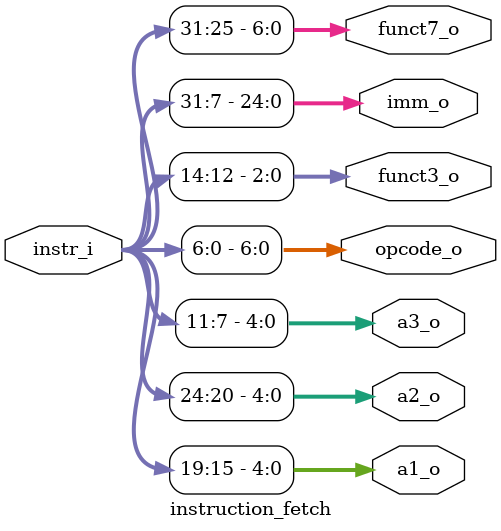
<source format=sv>
`timescale 1ns / 10ps

module instruction_fetch (
	input  logic [31:0] instr_i,
	output logic [4:0] a1_o, a2_o, a3_o,
	output logic [6:0]  opcode_o,
	output logic [2:0]  funct3_o,
	output logic [24:0] imm_o,
	output logic [6:0]  funct7_o
);

	// Fetching the instruction
	always_comb begin 
		a1_o     = instr_i [19:15];
		a2_o     = instr_i [24:20];
		a3_o     = instr_i [11:7]; 
		opcode_o = instr_i [6:0];
		funct3_o = instr_i [14:12];
		imm_o    = instr_i [31:7];
		funct7_o = instr_i [31:25];
	end
endmodule


</source>
